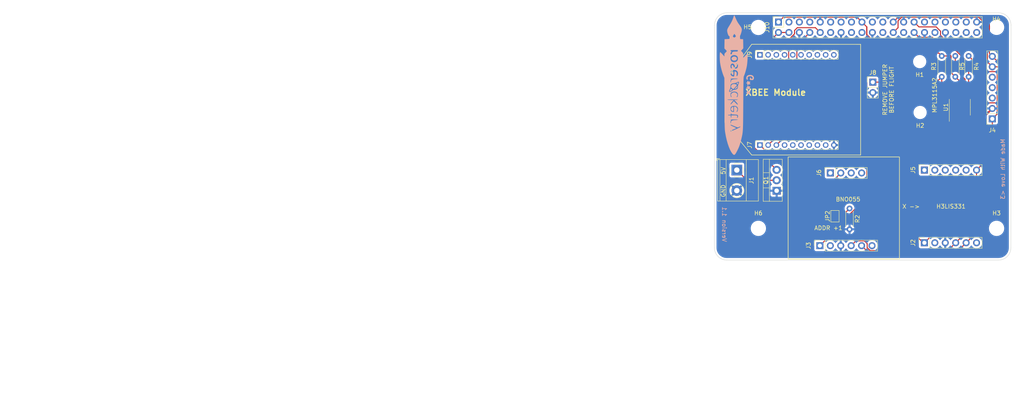
<source format=kicad_pcb>
(kicad_pcb (version 20211014) (generator pcbnew)
  (title_block (title "Rocket IMU / Sensor Hat PCB Design") (date "2022-02-13") (rev "V1.0") (company "Rose-Hulman Rocketry Club") (comment 2 "https://creativecommons.org/licenses/by-sa/4.0/") (comment 3 "License: CC BY-SA 4.0") (comment 4 "Author: Jacob Armstrong"))
  (layers (0 "F.Cu" signal) (31 "B.Cu" signal) (34 "B.Paste" user) (35 "F.Paste" user) (36 "B.SilkS" user "B.Silkscreen") (37 "F.SilkS" user "F.Silkscreen") (38 "B.Mask" user) (39 "F.Mask" user) (44 "Edge.Cuts" user))
  (net 0 "")
  (net 1 "/P5V_HAT")
  (net 2 "GND")
  (net 3 "/ADR_BNO055")
  (net 4 "Net-(J1-Pad1)")
  (net 5 "/3V3")
  (net 6 "/SENSOR_SDA")
  (net 7 "/SENSOR_SCL")
  (net 9 "/XBEE_RX")
  (net 10 "/XBEE_TX")
  (net 23 "/EEPROM_SDA")
  (net 24 "/EEPROM_SCL")
  (net 28 "Net-(J8-Pad1)")
  (footprint "Resistor_THT:R_Axial_DIN0204_L3.6mm_D1.6mm_P5.08mm_Horizontal" (layer "F.Cu") (at 137.778 42.2954 90)
    (fp_text reference "R3" (at 2.54 -1.92 90) (layer "F.SilkS"))
    (fp_text value "10K 1%")
    (pad "1" thru_hole circle locked (at 0 0 90) (size 1.4 1.4) (drill 0.7) (layers *.Cu *.Mask) (net 28 "Net-(J8-Pad1)"))
    (pad "2" thru_hole oval locked (at 5.08 0 90) (size 1.4 1.4) (drill 0.7) (layers *.Cu *.Mask) (net 5 "/3V3"))
  )
  (footprint "Package_SO:SOIC-8_3.9x4.9mm_P1.27mm" (layer "F.Cu") (at 142.178 49.7054 90)
    (fp_text reference "U1" (at 0 -3.4 90) (layer "F.SilkS"))
    (fp_text value "CAT24C128")
    (pad "1" smd roundrect locked (at -2.475 -1.905 90) (size 1.95 0.6) (layers "F.Cu" "F.Paste" "F.Mask") (net 2 "GND"))
    (pad "2" smd roundrect locked (at -2.475 -0.635 90) (size 1.95 0.6) (layers "F.Cu" "F.Paste" "F.Mask") (net 2 "GND"))
    (pad "3" smd roundrect locked (at -2.475 0.635 90) (size 1.95 0.6) (layers "F.Cu" "F.Paste" "F.Mask") (net 2 "GND"))
    (pad "4" smd roundrect locked (at -2.475 1.905 90) (size 1.95 0.6) (layers "F.Cu" "F.Paste" "F.Mask") (net 2 "GND"))
    (pad "5" smd roundrect locked (at 2.475 1.905 90) (size 1.95 0.6) (layers "F.Cu" "F.Paste" "F.Mask") (net 23 "/EEPROM_SDA"))
    (pad "6" smd roundrect locked (at 2.475 0.635 90) (size 1.95 0.6) (layers "F.Cu" "F.Paste" "F.Mask") (net 24 "/EEPROM_SCL"))
    (pad "7" smd roundrect locked (at 2.475 -0.635 90) (size 1.95 0.6) (layers "F.Cu" "F.Paste" "F.Mask") (net 28 "Net-(J8-Pad1)"))
    (pad "8" smd roundrect locked (at 2.475 -1.905 90) (size 1.95 0.6) (layers "F.Cu" "F.Paste" "F.Mask") (net 5 "/3V3"))
  )
  (footprint "Connector_PinSocket_2.54mm:PinSocket_1x06_P2.54mm_Vertical" (layer "F.Cu") (at 108.103 83.4554 90)
    (fp_text reference "J3" (at 0 -2.77 90) (layer "F.SilkS"))
    (fp_text value "Conn_01x06_Female")
    (pad "1" thru_hole rect locked (at 0 0 90) (size 1.7 1.7) (drill 1) (layers *.Cu *.Mask) (net 5 "/3V3"))
    (pad "2" thru_hole oval locked (at 0 2.54 90) (size 1.7 1.7) (drill 1) (layers *.Cu *.Mask))
    (pad "3" thru_hole oval locked (at 0 5.08 90) (size 1.7 1.7) (drill 1) (layers *.Cu *.Mask) (net 2 "GND"))
    (pad "4" thru_hole oval locked (at 0 7.62 90) (size 1.7 1.7) (drill 1) (layers *.Cu *.Mask) (net 7 "/SENSOR_SCL"))
    (pad "5" thru_hole oval locked (at 0 10.16 90) (size 1.7 1.7) (drill 1) (layers *.Cu *.Mask) (net 6 "/SENSOR_SDA"))
    (pad "6" thru_hole oval locked (at 0 12.7 90) (size 1.7 1.7) (drill 1) (layers *.Cu *.Mask))
  )
  (footprint "Resistor_THT:R_Axial_DIN0204_L3.6mm_D1.6mm_P5.08mm_Horizontal" (layer "F.Cu") (at 115.328 74.3904 -90)
    (fp_text reference "R2" (at 2.54 -1.92 -270) (layer "F.SilkS"))
    (fp_text value "10K")
    (pad "1" thru_hole circle locked (at 0 0 270) (size 1.4 1.4) (drill 0.7) (layers *.Cu *.Mask) (net 3 "/ADR_BNO055"))
    (pad "2" thru_hole oval locked (at 5.08 0 270) (size 1.4 1.4) (drill 0.7) (layers *.Cu *.Mask) (net 2 "GND"))
  )
  (footprint "Connector_PinSocket_2.54mm:PinSocket_2x20_P2.54mm_Vertical" (layer "F.Cu") (at 98.028 28.9454 90)
    (fp_text reference "J10" (at -1.27 -2.77 90) (layer "F.SilkS"))
    (fp_text value "Raspberry_Pi_2_3")
    (pad "1" thru_hole rect locked (at 0 0 90) (size 1.7 1.7) (drill 1) (layers *.Cu *.Mask) (net 5 "/3V3"))
    (pad "2" thru_hole oval locked (at -2.54 0 90) (size 1.7 1.7) (drill 1) (layers *.Cu *.Mask) (net 1 "/P5V_HAT"))
    (pad "3" thru_hole oval locked (at 0 2.54 90) (size 1.7 1.7) (drill 1) (layers *.Cu *.Mask))
    (pad "4" thru_hole oval locked (at -2.54 2.54 90) (size 1.7 1.7) (drill 1) (layers *.Cu *.Mask) (net 1 "/P5V_HAT"))
    (pad "5" thru_hole oval locked (at 0 5.08 90) (size 1.7 1.7) (drill 1) (layers *.Cu *.Mask))
    (pad "6" thru_hole oval locked (at -2.54 5.08 90) (size 1.7 1.7) (drill 1) (layers *.Cu *.Mask) (net 2 "GND"))
    (pad "7" thru_hole oval locked (at 0 7.62 90) (size 1.7 1.7) (drill 1) (layers *.Cu *.Mask))
    (pad "8" thru_hole oval locked (at -2.54 7.62 90) (size 1.7 1.7) (drill 1) (layers *.Cu *.Mask) (net 9 "/XBEE_RX"))
    (pad "9" thru_hole oval locked (at 0 10.16 90) (size 1.7 1.7) (drill 1) (layers *.Cu *.Mask) (net 2 "GND"))
    (pad "10" thru_hole oval locked (at -2.54 10.16 90) (size 1.7 1.7) (drill 1) (layers *.Cu *.Mask) (net 10 "/XBEE_TX"))
    (pad "11" thru_hole oval locked (at 0 12.7 90) (size 1.7 1.7) (drill 1) (layers *.Cu *.Mask))
    (pad "12" thru_hole oval locked (at -2.54 12.7 90) (size 1.7 1.7) (drill 1) (layers *.Cu *.Mask))
    (pad "13" thru_hole oval locked (at 0 15.24 90) (size 1.7 1.7) (drill 1) (layers *.Cu *.Mask))
    (pad "14" thru_hole oval locked (at -2.54 15.24 90) (size 1.7 1.7) (drill 1) (layers *.Cu *.Mask) (net 2 "GND"))
    (pad "15" thru_hole oval locked (at 0 17.78 90) (size 1.7 1.7) (drill 1) (layers *.Cu *.Mask))
    (pad "16" thru_hole oval locked (at -2.54 17.78 90) (size 1.7 1.7) (drill 1) (layers *.Cu *.Mask))
    (pad "17" thru_hole oval locked (at 0 20.32 90) (size 1.7 1.7) (drill 1) (layers *.Cu *.Mask) (net 5 "/3V3"))
    (pad "18" thru_hole oval locked (at -2.54 20.32 90) (size 1.7 1.7) (drill 1) (layers *.Cu *.Mask))
    (pad "19" thru_hole oval locked (at 0 22.86 90) (size 1.7 1.7) (drill 1) (layers *.Cu *.Mask))
    (pad "20" thru_hole oval locked (at -2.54 22.86 90) (size 1.7 1.7) (drill 1) (layers *.Cu *.Mask) (net 2 "GND"))
    (pad "21" thru_hole oval locked (at 0 25.4 90) (size 1.7 1.7) (drill 1) (layers *.Cu *.Mask))
    (pad "22" thru_hole oval locked (at -2.54 25.4 90) (size 1.7 1.7) (drill 1) (layers *.Cu *.Mask))
    (pad "23" thru_hole oval locked (at 0 27.94 90) (size 1.7 1.7) (drill 1) (layers *.Cu *.Mask) (net 6 "/SENSOR_SDA"))
    (pad "24" thru_hole oval locked (at -2.54 27.94 90) (size 1.7 1.7) (drill 1) (layers *.Cu *.Mask) (net 7 "/SENSOR_SCL"))
    (pad "25" thru_hole oval locked (at 0 30.48 90) (size 1.7 1.7) (drill 1) (layers *.Cu *.Mask) (net 2 "GND"))
    (pad "26" thru_hole oval locked (at -2.54 30.48 90) (size 1.7 1.7) (drill 1) (layers *.Cu *.Mask))
    (pad "27" thru_hole oval locked (at 0 33.02 90) (size 1.7 1.7) (drill 1) (layers *.Cu *.Mask) (net 23 "/EEPROM_SDA"))
    (pad "28" thru_hole oval locked (at -2.54 33.02 90) (size 1.7 1.7) (drill 1) (layers *.Cu *.Mask) (net 24 "/EEPROM_SCL"))
    (pad "29" thru_hole oval locked (at 0 35.56 90) (size 1.7 1.7) (drill 1) (layers *.Cu *.Mask))
    (pad "30" thru_hole oval locked (at -2.54 35.56 90) (size 1.7 1.7) (drill 1) (layers *.Cu *.Mask) (net 2 "GND"))
    (pad "31" thru_hole oval locked (at 0 38.1 90) (size 1.7 1.7) (drill 1) (layers *.Cu *.Mask))
    (pad "32" thru_hole oval locked (at -2.54 38.1 90) (size 1.7 1.7) (drill 1) (layers *.Cu *.Mask))
    (pad "33" thru_hole oval locked (at 0 40.64 90) (size 1.7 1.7) (drill 1) (layers *.Cu *.Mask))
    (pad "34" thru_hole oval locked (at -2.54 40.64 90) (size 1.7 1.7) (drill 1) (layers *.Cu *.Mask) (net 2 "GND"))
    (pad "35" thru_hole oval locked (at 0 43.18 90) (size 1.7 1.7) (drill 1) (layers *.Cu *.Mask))
    (pad "36" thru_hole oval locked (at -2.54 43.18 90) (size 1.7 1.7) (drill 1) (layers *.Cu *.Mask))
    (pad "37" thru_hole oval locked (at 0 45.72 90) (size 1.7 1.7) (drill 1) (layers *.Cu *.Mask))
    (pad "38" thru_hole oval locked (at -2.54 45.72 90) (size 1.7 1.7) (drill 1) (layers *.Cu *.Mask))
    (pad "39" thru_hole oval locked (at 0 48.26 90) (size 1.7 1.7) (drill 1) (layers *.Cu *.Mask) (net 2 "GND"))
    (pad "40" thru_hole oval locked (at -2.54 48.26 90) (size 1.7 1.7) (drill 1) (layers *.Cu *.Mask))
  )
  (footprint "MountingHole:MountingHole_2.7mm_M2.5" (layer "F.Cu") (at 93.128 79.2354)
    (fp_text reference "H6" (at 0 -3.7) (layer "F.SilkS"))
    (fp_text value "MountingHole")
    (pad "" np_thru_hole circle locked (at 0 0) (size 2.7 2.7) (drill 2.7) (layers *.Cu *.Mask))
  )
  (footprint "Connector_PinSocket_2.00mm:PinSocket_1x10_P2.00mm_Vertical" (layer "F.Cu") (at 93.503 36.9302 90)
    (fp_text reference "J9" (at 0 -2.5 90) (layer "F.SilkS"))
    (fp_text value "Conn_01x10_Female")
    (pad "1" thru_hole rect locked (at 0 0 90) (size 1.35 1.35) (drill 0.8) (layers *.Cu *.Mask))
    (pad "2" thru_hole oval locked (at 0 2 90) (size 1.35 1.35) (drill 0.8) (layers *.Cu *.Mask))
    (pad "3" thru_hole oval locked (at 0 4 90) (size 1.35 1.35) (drill 0.8) (layers *.Cu *.Mask))
    (pad "4" thru_hole oval locked (at 0 6 90) (size 1.35 1.35) (drill 0.8) (layers *.Cu *.Mask))
    (pad "5" thru_hole oval locked (at 0 8 90) (size 1.35 1.35) (drill 0.8) (layers *.Cu *.Mask))
    (pad "6" thru_hole oval locked (at 0 10 90) (size 1.35 1.35) (drill 0.8) (layers *.Cu *.Mask))
    (pad "7" thru_hole oval locked (at 0 12 90) (size 1.35 1.35) (drill 0.8) (layers *.Cu *.Mask))
    (pad "8" thru_hole oval locked (at 0 14 90) (size 1.35 1.35) (drill 0.8) (layers *.Cu *.Mask))
    (pad "9" thru_hole oval locked (at 0 16 90) (size 1.35 1.35) (drill 0.8) (layers *.Cu *.Mask))
    (pad "10" thru_hole oval locked (at 0 18 90) (size 1.35 1.35) (drill 0.8) (layers *.Cu *.Mask))
  )
  (footprint "Package_TO_SOT_THT:TO-220-3_Vertical" (layer "F.Cu") (at 97.578 70.0554 90)
    (fp_text reference "Q1" (at 2.54 -2.582 90) (layer "F.SilkS"))
    (fp_text value "FQP27P06")
    (pad "1" thru_hole rect locked (at 0 0 90) (size 1.905 2) (drill 1.1) (layers *.Cu *.Mask) (net 2 "GND"))
    (pad "2" thru_hole oval locked (at 2.54 0 90) (size 1.905 2) (drill 1.1) (layers *.Cu *.Mask) (net 4 "Net-(J1-Pad1)"))
    (pad "3" thru_hole oval locked (at 5.08 0 90) (size 1.905 2) (drill 1.1) (layers *.Cu *.Mask) (net 1 "/P5V_HAT"))
  )
  (footprint "Connector_PinSocket_2.54mm:PinSocket_1x07_P2.54mm_Vertical" (layer "F.Cu") (at 150.0854 52.5478 180)
    (fp_text reference "J4" (at 0 -2.77) (layer "F.SilkS"))
    (fp_text value "Conn_01x07_Female")
    (pad "1" thru_hole rect locked (at 0 0 180) (size 1.7 1.7) (drill 1) (layers *.Cu *.Mask) (net 5 "/3V3"))
    (pad "2" thru_hole oval locked (at 0 2.54 180) (size 1.7 1.7) (drill 1) (layers *.Cu *.Mask) (net 2 "GND"))
    (pad "3" thru_hole oval locked (at 0 5.08 180) (size 1.7 1.7) (drill 1) (layers *.Cu *.Mask))
    (pad "4" thru_hole oval locked (at 0 7.62 180) (size 1.7 1.7) (drill 1) (layers *.Cu *.Mask))
    (pad "5" thru_hole oval locked (at 0 10.16 180) (size 1.7 1.7) (drill 1) (layers *.Cu *.Mask))
    (pad "6" thru_hole oval locked (at 0 12.7 180) (size 1.7 1.7) (drill 1) (layers *.Cu *.Mask) (net 7 "/SENSOR_SCL"))
    (pad "7" thru_hole oval locked (at 0 15.24 180) (size 1.7 1.7) (drill 1) (layers *.Cu *.Mask) (net 6 "/SENSOR_SDA"))
  )
  (footprint "MountingHole:MountingHole_2.2mm_M2" (layer "F.Cu") (at 132.508 50.9854 180)
    (fp_text reference "H2" (at 0 -3.2) (layer "F.SilkS"))
    (fp_text value "MountingHole")
    (pad "" np_thru_hole circle locked (at 0 0 180) (size 2.2 2.2) (drill 2.2) (layers *.Cu *.Mask))
  )
  (footprint "MountingHole:MountingHole_2.7mm_M2.5" (layer "F.Cu") (at 93.128 30.2604)
    (fp_text reference "H5" (at -2.608 -0.1004) (layer "F.SilkS"))
    (fp_text value "MountingHole")
    (pad "" np_thru_hole circle locked (at 0 0) (size 2.7 2.7) (drill 2.7) (layers *.Cu *.Mask))
  )
  (footprint "Resistor_THT:R_Axial_DIN0204_L3.6mm_D1.6mm_P5.08mm_Horizontal" (layer "F.Cu") (at 141.078 37.2052 -90)
    (fp_text reference "R5" (at 2.54 -1.67 90) (layer "F.SilkS"))
    (fp_text value "3.9K")
    (pad "1" thru_hole circle locked (at 0 0 270) (size 1.4 1.4) (drill 0.7) (layers *.Cu *.Mask) (net 5 "/3V3"))
    (pad "2" thru_hole oval locked (at 5.08 0 270) (size 1.4 1.4) (drill 0.7) (layers *.Cu *.Mask) (net 24 "/EEPROM_SCL"))
  )
  (footprint "MountingHole:MountingHole_2.2mm_M2" (layer "F.Cu") (at 132.408 38.5854 180)
    (fp_text reference "H1" (at 0 -3.2) (layer "F.SilkS"))
    (fp_text value "MountingHole")
    (pad "" np_thru_hole circle locked (at 0 0 180) (size 2.2 2.2) (drill 2.2) (layers *.Cu *.Mask))
  )
  (footprint "Connector_PinHeader_2.54mm:PinHeader_1x02_P2.54mm_Vertical" (layer "F.Cu") (at 120.993 43.5954)
    (fp_text reference "J8" (at 0 -2.33) (layer "F.SilkS"))
    (fp_text value "Conn_01x02")
    (pad "1" thru_hole rect locked (at 0 0) (size 1.7 1.7) (drill 1) (layers *.Cu *.Mask) (net 28 "Net-(J8-Pad1)"))
    (pad "2" thru_hole oval locked (at 0 2.54) (size 1.7 1.7) (drill 1) (layers *.Cu *.Mask) (net 2 "GND"))
  )
  (footprint "Jumper:SolderJumper-2_P1.3mm_Open_TrianglePad1.0x1.5mm" (layer "F.Cu") (at 111.778 76.2804 90)
    (fp_text reference "JP2" (at 0 -1.8 90) (layer "F.SilkS"))
    (fp_text value "SolderJumper_2_Open")
    (pad "1" smd custom locked (at -0.725 0 90) (size 0.3 0.3) (layers "F.Cu" "F.Mask") (net 5 "/3V3") (options (clearance outline) (anchor rect)) (primitives (gr_poly (pts (xy 1 0) (xy 0.5 0.75) (xy -0.5 0.75) (xy -0.5 -0.75) (xy 0.5 -0.75)) (width 0) (fill yes))))
    (pad "2" smd custom locked (at 0.725 0 90) (size 0.3 0.3) (layers "F.Cu" "F.Mask") (net 3 "/ADR_BNO055") (options (clearance outline) (anchor rect)) (primitives (gr_poly (pts (xy 0.5 0.75) (xy -0.65 0.75) (xy -0.15 0) (xy -0.65 -0.75) (xy 0.5 -0.75)) (width 0) (fill yes))))
  )
  (footprint "Connector_PinSocket_2.54mm:PinSocket_1x06_P2.54mm_Vertical" (layer "F.Cu") (at 133.553 65.0304 90)
    (fp_text reference "J5" (at 0 -2.77 90) (layer "F.SilkS"))
    (fp_text value "Conn_01x06_Female")
    (pad "1" thru_hole rect locked (at 0 0 90) (size 1.7 1.7) (drill 1) (layers *.Cu *.Mask))
    (pad "2" thru_hole oval locked (at 0 2.54 90) (size 1.7 1.7) (drill 1) (layers *.Cu *.Mask))
    (pad "3" thru_hole oval locked (at 0 5.08 90) (size 1.7 1.7) (drill 1) (layers *.Cu *.Mask))
    (pad "4" thru_hole oval locked (at 0 7.62 90) (size 1.7 1.7) (drill 1) (layers *.Cu *.Mask))
    (pad "5" thru_hole oval locked (at 0 10.16 90) (size 1.7 1.7) (drill 1) (layers *.Cu *.Mask))
    (pad "6" thru_hole oval locked (at 0 12.7 90) (size 1.7 1.7) (drill 1) (layers *.Cu *.Mask) (net 5 "/3V3"))
  )
  (footprint "Connector_PinSocket_2.00mm:PinSocket_1x10_P2.00mm_Vertical" (layer "F.Cu") (at 93.5106 58.9326 90)
    (fp_text reference "J7" (at 0 -2.5 90) (layer "F.SilkS"))
    (fp_text value "Conn_01x10_Female")
    (pad "1" thru_hole rect locked (at 0 0 90) (size 1.35 1.35) (drill 0.8) (layers *.Cu *.Mask) (net 5 "/3V3"))
    (pad "2" thru_hole oval locked (at 0 2 90) (size 1.35 1.35) (drill 0.8) (layers *.Cu *.Mask) (net 10 "/XBEE_TX"))
    (pad "3" thru_hole oval locked (at 0 4 90) (size 1.35 1.35) (drill 0.8) (layers *.Cu *.Mask) (net 9 "/XBEE_RX"))
    (pad "4" thru_hole oval locked (at 0 6 90) (size 1.35 1.35) (drill 0.8) (layers *.Cu *.Mask))
    (pad "5" thru_hole oval locked (at 0 8 90) (size 1.35 1.35) (drill 0.8) (layers *.Cu *.Mask))
    (pad "6" thru_hole oval locked (at 0 10 90) (size 1.35 1.35) (drill 0.8) (layers *.Cu *.Mask))
    (pad "7" thru_hole oval locked (at 0 12 90) (size 1.35 1.35) (drill 0.8) (layers *.Cu *.Mask))
    (pad "8" thru_hole oval locked (at 0 14 90) (size 1.35 1.35) (drill 0.8) (layers *.Cu *.Mask))
    (pad "9" thru_hole oval locked (at 0 16 90) (size 1.35 1.35) (drill 0.8) (layers *.Cu *.Mask))
    (pad "10" thru_hole oval locked (at 0 18 90) (size 1.35 1.35) (drill 0.8) (layers *.Cu *.Mask) (net 2 "GND"))
  )
  (footprint "MountingHole:MountingHole_2.7mm_M2.5" (layer "F.Cu") (at 151.128 79.2354)
    (fp_text reference "H3" (at 0 -3.7) (layer "F.SilkS"))
    (fp_text value "MountingHole")
    (pad "" np_thru_hole circle locked (at 0 0) (size 2.7 2.7) (drill 2.7) (layers *.Cu *.Mask))
  )
  (footprint "Connector_PinSocket_2.54mm:PinSocket_1x04_P2.54mm_Vertical" (layer "F.Cu") (at 110.653 65.7304 90)
    (fp_text reference "J6" (at 0 -2.77 90) (layer "F.SilkS"))
    (fp_text value "Conn_01x04_Female")
    (pad "1" thru_hole rect locked (at 0 0 90) (size 1.7 1.7) (drill 1) (layers *.Cu *.Mask))
    (pad "2" thru_hole oval locked (at 0 2.54 90) (size 1.7 1.7) (drill 1) (layers *.Cu *.Mask) (net 3 "/ADR_BNO055"))
    (pad "3" thru_hole oval locked (at 0 5.08 90) (size 1.7 1.7) (drill 1) (layers *.Cu *.Mask))
    (pad "4" thru_hole oval locked (at 0 7.62 90) (size 1.7 1.7) (drill 1) (layers *.Cu *.Mask))
  )
  (footprint "Connector_PinSocket_2.54mm:PinSocket_1x06_P2.54mm_Vertical" (layer "F.Cu") (at 133.553 82.7554 90)
    (fp_text reference "J2" (at 0 -2.77 90) (layer "F.SilkS"))
    (fp_text value "Conn_01x06_Female")
    (pad "1" thru_hole rect locked (at 0 0 90) (size 1.7 1.7) (drill 1) (layers *.Cu *.Mask) (net 5 "/3V3"))
    (pad "2" thru_hole oval locked (at 0 2.54 90) (size 1.7 1.7) (drill 1) (layers *.Cu *.Mask))
    (pad "3" thru_hole oval locked (at 0 5.08 90) (size 1.7 1.7) (drill 1) (layers *.Cu *.Mask) (net 2 "GND"))
    (pad "4" thru_hole oval locked (at 0 7.62 90) (size 1.7 1.7) (drill 1) (layers *.Cu *.Mask) (net 7 "/SENSOR_SCL"))
    (pad "5" thru_hole oval locked (at 0 10.16 90) (size 1.7 1.7) (drill 1) (layers *.Cu *.Mask) (net 6 "/SENSOR_SDA"))
    (pad "6" thru_hole oval locked (at 0 12.7 90) (size 1.7 1.7) (drill 1) (layers *.Cu *.Mask))
  )
  (footprint "Resistor_THT:R_Axial_DIN0204_L3.6mm_D1.6mm_P5.08mm_Horizontal" (layer "F.Cu") (at 144.323 37.2052 -90)
    (fp_text reference "R4" (at 2.54 -1.92 90) (layer "F.SilkS"))
    (fp_text value "3.9K")
    (pad "1" thru_hole circle locked (at 0 0 270) (size 1.4 1.4) (drill 0.7) (layers *.Cu *.Mask) (net 5 "/3V3"))
    (pad "2" thru_hole oval locked (at 5.08 0 270) (size 1.4 1.4) (drill 0.7) (layers *.Cu *.Mask) (net 23 "/EEPROM_SDA"))
  )
  (footprint "TerminalBlock_Phoenix:TerminalBlock_Phoenix_MKDS-1,5-2_1x02_P5.00mm_Horizontal" (layer "F.Cu") (at 87.878 65.0254 -90)
    (fp_text reference "J1" (at 2.5386 -3.562 90) (layer "F.SilkS"))
    (fp_text value "Screw_Terminal_01x02")
    (pad "1" thru_hole rect locked (at 0 0 270) (size 2.6 2.6) (drill 1.3) (layers *.Cu *.Mask) (net 4 "Net-(J1-Pad1)"))
    (pad "2" thru_hole circle locked (at 5 0 270) (size 2.6 2.6) (drill 1.3) (layers *.Cu *.Mask) (net 2 "GND"))
  )
  (footprint "MountingHole:MountingHole_2.7mm_M2.5" (layer "F.Cu") (at 151.128 30.2354)
    (fp_text reference "H4" (at -0.038 -2.0254) (layer "F.SilkS"))
    (fp_text value "MountingHole")
    (pad "" np_thru_hole circle locked (at 0 0) (size 2.7 2.7) (drill 2.7) (layers *.Cu *.Mask))
  )
  (footprint "RocketLogo:rocketry-logo" (layer "B.Cu") (at 87.122 44.196 -90)
    (fp_text reference "G***" (at 0 -4.064 90) (layer "B.SilkS") (effects (font (size 1.524 1.524) (thickness 0.3)) (justify mirror)))
    (fp_text value "LOGO" hide)
  )
  (gr_line (start 118.028 61.3552) (end 91.5104 61.3552) (layer "F.SilkS") (width 0.15))
  (gr_rect (start 127.478 86.7054) (end 100.378 61.8304) (layer "F.SilkS") (width 0.15) (fill none))
  (gr_line (start 91.5104 34.355) (end 118.028 34.3804) (layer "F.SilkS") (width 0.15))
  (gr_line (start 118.028 34.3804) (end 118.028 61.3552) (layer "F.SilkS") (width 0.15))
  (gr_line (start 84.9572 53.3542) (end 84.9572 43.3466) (layer "F.SilkS") (width 0.15))
  (gr_line (start 91.5104 61.3552) (end 84.9572 53.3542) (layer "F.SilkS") (width 0.15))
  (gr_line (start 84.9572 43.3466) (end 91.5104 34.355) (layer "F.SilkS") (width 0.15))
  (gr_arc (start 82.4584 29.6926) (mid 83.33626 27.57326) (end 85.4556 26.6954) (layer "Edge.Cuts") (width 0.1))
  (gr_line (start 85.428 86.9654) (end 151.6204 86.9654) (layer "Edge.Cuts") (width 0.1))
  (gr_line (start 154.6176 83.9682) (end 154.6452 29.6926) (layer "Edge.Cuts") (width 0.1))
  (gr_line (start 151.648 26.6954) (end 85.4556 26.6954) (layer "Edge.Cuts") (width 0.1))
  (gr_arc (start 151.648 26.6954) (mid 153.76734 27.57326) (end 154.6452 29.6926) (layer "Edge.Cuts") (width 0.1))
  (gr_arc (start 85.428 86.9654) (mid 83.30866 86.08754) (end 82.4308 83.9682) (layer "Edge.Cuts") (width 0.1))
  (gr_arc (start 154.6176 83.9682) (mid 153.73974 86.08754) (end 151.6204 86.9654) (layer "Edge.Cuts") (width 0.1))
  (gr_line (start 82.4584 29.6926) (end 82.4308 83.9682) (layer "Edge.Cuts") (width 0.1))
  (gr_text "Made With Love <3" (at 152.654 64.77 90) (layer "B.SilkS") (effects (font (size 1 1)) (justify mirror)))
  (gr_text "Version 1.1" (at 84.836 78.232 270) (layer "B.SilkS") (effects (font (size 1 1)) (justify mirror)))
  (gr_text "H3LIS331" (at 140.028 73.8804) (layer "F.SilkS") (effects (font (size 1 1))))
  (gr_text "REMOVE JUMPER\nBEFORE FLIGHT" (at 124.768 45.4454 90) (layer "F.SilkS") (effects (font (size 1 1))))
  (gr_text "GND" (at 84.582 70.104 90) (layer "F.SilkS") (effects (font (size 1 1))))
  (gr_text "ADDR +1" (at 110.178 79.1554) (layer "F.SilkS") (effects (font (size 1 1))))
  (gr_text "XBEE Module" (at 97.3478 46.1238) (layer "F.SilkS") (effects (font (size 1.5 1.5) (thickness 0.3))))
  (gr_text "BNO055" (at 114.978 72.1554) (layer "F.SilkS") (effects (font (size 1 1))))
  (gr_text "X ->" (at 130.302 73.914) (layer "F.SilkS") (effects (font (size 1 1))))
  (gr_text "5V" (at 84.582 65.1954 90) (layer "F.SilkS") (effects (font (size 1 1))))
  (gr_text "MPL3115A2" (at 136.048 46.7802 90) (layer "F.SilkS") (effects (font (size 1 1))))
  (segment (start 95.868 33.6454) (end 98.028 31.4854) (width 0.25) (layer "F.Cu") (net 1))
  (segment (start 97.578 64.9754) (end 90.658 58.0554) (width 0.25) (layer "F.Cu") (net 1))
  (segment (start 90.658 58.0554) (end 90.658 33.6454) (width 0.25) (layer "F.Cu") (net 1))
  (segment (start 90.658 33.6454) (end 95.868 33.6454) (width 0.25) (layer "F.Cu") (net 1))
  (segment (start 100.568 31.4854) (end 98.028 31.4854) (width 0.25) (layer "F.Cu") (net 1))
  (segment (start 147.9128 52.1804) (end 150.0854 50.0078) (width 0.45) (layer "F.Cu") (net 2))
  (segment (start 140.273 52.1804) (end 147.9128 52.1804) (width 0.45) (layer "F.Cu") (net 2))
  (segment (start 115.328 74.3904) (end 114.163 75.5554) (width 0.25) (layer "F.Cu") (net 3))
  (segment (start 114.163 75.5554) (end 111.778 75.5554) (width 0.25) (layer "F.Cu") (net 3))
  (segment (start 111.778 67.1454) (end 113.193 65.7304) (width 0.25) (layer "F.Cu") (net 3))
  (segment (start 111.778 75.5554) (end 111.778 67.1454) (width 0.25) (layer "F.Cu") (net 3))
  (segment (start 90.368 67.5154) (end 97.578 67.5154) (width 0.25) (layer "F.Cu") (net 4))
  (segment (start 87.878 65.0254) (end 90.368 67.5154) (width 0.25) (layer "F.Cu") (net 4))
  (segment (start 140.273 46.854328) (end 141.196448 45.93088) (width 0.25) (layer "F.Cu") (net 5))
  (segment (start 100.96 66.59634) (end 111.36906 77.0054) (width 0.25) (layer "F.Cu") (net 5))
  (segment (start 151.278 51.3552) (end 150.0854 52.5478) (width 0.25) (layer "F.Cu") (net 5))
  (segment (start 108.103 83.4554) (end 111.778 79.7804) (width 0.25) (layer "F.Cu") (net 5))
  (segment (start 137.778 37.2154) (end 137.078 36.5154) (width 0.25) (layer "F.Cu") (net 5))
  (segment (start 141.196448 45.93088) (end 141.910512 45.93088) (width 0.25) (layer "F.Cu") (net 5))
  (segment (start 131.88 81.37) (end 133.2654 82.7554) (width 0.25) (layer "F.Cu") (net 5))
  (segment (start 131.02 81.39) (end 131.04 81.37) (width 0.25) (layer "F.Cu") (net 5))
  (segment (start 139.378 46.3354) (end 139.378 37.2154) (width 0.25) (layer "F.Cu") (net 5))
  (segment (start 114.161878 77.0054) (end 119.522511 71.644767) (width 0.25) (layer "F.Cu") (net 5))
  (segment (start 117.173489 27.770889) (end 118.348 28.9454) (width 0.25) (layer "F.Cu") (net 5))
  (segment (start 143.45848 42.869558) (end 143.45848 48.613102) (width 0.25) (layer "F.Cu") (net 5))
  (segment (start 99.53 61.92) (end 100.96 63.35) (width 0.25) (layer "F.Cu") (net 5))
  (segment (start 96.498 61.92) (end 99.53 61.92) (width 0.25) (layer "F.Cu") (net 5))
  (segment (start 111.778 79.7804) (end 111.778 77.0054) (width 0.25) (layer "F.Cu") (net 5))
  (segment (start 100.96 63.35) (end 100.96 66.59634) (width 0.25) (layer "F.Cu") (net 5))
  (segment (start 143.487689 48.642311) (end 151.203689 48.642311) (width 0.25) (layer "F.Cu") (net 5))
  (segment (start 137.778 37.2154) (end 139.378 37.2154) (width 0.25) (layer "F.Cu") (net 5))
  (segment (start 119.522511 71.644767) (end 119.522511 30.119911) (width 0.25) (layer "F.Cu") (net 5))
  (segment (start 142.578839 48.642311) (end 143.487689 48.642311) (width 0.25) (layer "F.Cu") (net 5))
  (segment (start 141.078 37.2052) (end 141.078 40.489078) (width 0.25) (layer "F.Cu") (net 5))
  (segment (start 151.168311 41.022311) (end 151.278 41.132) (width 0.25) (layer "F.Cu") (net 5))
  (segment (start 93.5106 58.9326) (end 96.498 61.92) (width 0.25) (layer "F.Cu") (net 5))
  (segment (start 98.028 28.9454) (end 99.202511 27.770889) (width 0.25) (layer "F.Cu") (net 5))
  (segment (start 111.778 77.0054) (end 114.161878 77.0054) (width 0.25) (layer "F.Cu") (net 5))
  (segment (start 146.253 65.0304) (end 146.253 70.0554) (width 0.25) (layer "F.Cu") (net 5))
  (segment (start 124.066012 36.5154) (end 119.522511 31.971899) (width 0.25) (layer "F.Cu") (net 5))
  (segment (start 144.323 37.2052) (end 148.140111 41.022311) (width 0.25) (layer "F.Cu") (net 5))
  (segment (start 111.778 79.458) (end 113.71 81.39) (width 0.25) (layer "F.Cu") (net 5))
  (segment (start 140.273 47.2304) (end 139.378 46.3354) (width 0.25) (layer "F.Cu") (net 5))
  (segment (start 146.253 70.0554) (end 133.553 82.7554) (width 0.25) (layer "F.Cu") (net 5))
  (segment (start 141.078 40.489078) (end 143.45848 42.869558) (width 0.25) (layer "F.Cu") (net 5))
  (segment (start 119.522511 31.971899) (end 119.522511 30.119911) (width 0.25) (layer "F.Cu") (net 5))
  (segment (start 137.078 36.5154) (end 124.066012 36.5154) (width 0.25) (layer "F.Cu") (net 5))
  (segment (start 150.0854 52.5478) (end 150.0854 61.198) (width 0.25) (layer "F.Cu") (net 5))
  (segment (start 142.18848 46.208848) (end 142.18848 48.251952) (width 0.25) (layer "F.Cu") (net 5))
  (segment (start 99.202511 27.770889) (end 117.173489 27.770889) (width 0.25) (layer "F.Cu") (net 5))
  (segment (start 150.0854 61.198) (end 146.253 65.0304) (width 0.25) (layer "F.Cu") (net 5))
  (segment (start 148.140111 41.022311) (end 151.168311 41.022311) (width 0.25) (layer "F.Cu") (net 5))
  (segment (start 143.45848 48.613102) (end 143.487689 48.642311) (width 0.25) (layer "F.Cu") (net 5))
  (segment (start 142.18848 48.251952) (end 142.578839 48.642311) (width 0.25) (layer "F.Cu") (net 5))
  (segment (start 131.04 81.37) (end 131.88 81.37) (width 0.25) (layer "F.Cu") (net 5))
  (segment (start 119.522511 30.119911) (end 118.348 28.9454) (width 0.25) (layer "F.Cu") (net 5))
  (segment (start 141.910512 45.93088) (end 142.18848 46.208848) (width 0.25) (layer "F.Cu") (net 5))
  (segment (start 151.278 41.132) (end 151.278 51.3552) (width 0.25) (layer "F.Cu") (net 5))
  (segment (start 113.71 81.39) (end 131.02 81.39) (width 0.25) (layer "F.Cu") (net 5))
  (segment (start 140.6284 85.84) (end 143.713 82.7554) (width 0.25) (layer "F.Cu") (net 6))
  (segment (start 152.17704 39.39944) (end 150.0854 37.3078) (width 0.25) (layer "F.Cu") (net 6))
  (segment (start 152.17704 74.29136) (end 152.17704 39.39944) (width 0.25) (layer "F.Cu") (net 6))
  (segment (start 147.203769 27.321369) (end 149.403479 29.521079) (width 0.25) (layer "F.Cu") (net 6))
  (segment (start 118.263 83.4554) (end 120.6476 85.84) (width 0.25) (layer "F.Cu") (net 6))
  (segment (start 125.968 28.9454) (end 127.592031 27.321369) (width 0.25) (layer "F.Cu") (net 6))
  (segment (start 143.713 82.7554) (end 152.17704 74.29136) (width 0.25) (layer "F.Cu") (net 6))
  (segment (start 149.403479 36.625879) (end 150.0854 37.3078) (width 0.25) (layer "F.Cu") (net 6))
  (segment (start 120.6476 85.84) (end 140.6284 85.84) (width 0.25) (layer "F.Cu") (net 6))
  (segment (start 149.403479 29.521079) (end 149.403479 36.625879) (width 0.25) (layer "F.Cu") (net 6))
  (segment (start 127.592031 27.321369) (end 147.203769 27.321369) (width 0.25) (layer "F.Cu") (net 6))
  (segment (start 128.021501 27.770889) (end 127.142511 28.649879) (width 0.25) (layer "F.Cu") (net 7))
  (segment (start 148.910889 29.907279) (end 146.774499 27.770889) (width 0.25) (layer "F.Cu") (net 7))
  (segment (start 151.72752 40.287839) (end 151.72752 72.20088) (width 0.25) (layer "F.Cu") (net 7))
  (segment (start 151.287481 39.8478) (end 151.72752 40.287839) (width 0.25) (layer "F.Cu") (net 7))
  (segment (start 119.628489 82.968901) (end 119.628489 83.941899) (width 0.25) (layer "F.Cu") (net 7))
  (segment (start 115.723 83.4554) (end 116.897511 82.280889) (width 0.25) (layer "F.Cu") (net 7))
  (segment (start 116.897511 82.280889) (end 118.940477 82.280889) (width 0.25) (layer "F.Cu") (net 7))
  (segment (start 118.940477 82.280889) (end 119.628489 82.968901) (width 0.25) (layer "F.Cu") (net 7))
  (segment (start 146.774499 27.770889) (end 128.021501 27.770889) (width 0.25) (layer "F.Cu") (net 7))
  (segment (start 148.910889 38.673289) (end 148.910889 29.907279) (width 0.25) (layer "F.Cu") (net 7))
  (segment (start 119.628489 83.941899) (end 120.32659 84.64) (width 0.25) (layer "F.Cu") (net 7))
  (segment (start 150.0854 39.8478) (end 148.910889 38.673289) (width 0.25) (layer "F.Cu") (net 7))
  (segment (start 150.0854 39.8478) (end 151.287481 39.8478) (width 0.25) (layer "F.Cu") (net 7))
  (segment (start 120.32659 84.64) (end 139.2884 84.64) (width 0.25) (layer "F.Cu") (net 7))
  (segment (start 127.142511 28.649879) (end 127.142511 30.310889) (width 0.25) (layer "F.Cu") (net 7))
  (segment (start 127.142511 30.310889) (end 125.968 31.4854) (width 0.25) (layer "F.Cu") (net 7))
  (segment (start 151.72752 72.20088) (end 141.173 82.7554) (width 0.25) (layer "F.Cu") (net 7))
  (segment (start 139.2884 84.64) (end 141.173 82.7554) (width 0.25) (layer "F.Cu") (net 7))
  (segment (start 102.502511 53.940689) (end 102.502511 34.630889) (width 0.25) (layer "F.Cu") (net 9))
  (segment (start 102.502511 34.630889) (end 105.648 31.4854) (width 0.25) (layer "F.Cu") (net 9))
  (segment (start 97.5106 58.9326) (end 102.502511 53.940689) (width 0.25) (layer "F.Cu") (net 9))
  (segment (start 101.933489 30.998901) (end 102.621501 30.310889) (width 0.25) (layer "F.Cu") (net 10))
  (segment (start 107.013489 30.310889) (end 108.188 31.4854) (width 0.25) (layer "F.Cu") (net 10))
  (segment (start 95.5106 58.9326) (end 100.503489 53.939711) (width 0.25) (layer "F.Cu") (net 10))
  (segment (start 100.503489 53.939711) (end 100.503489 33.229911) (width 0.25) (layer "F.Cu") (net 10))
  (segment (start 100.503489 33.229911) (end 101.933489 31.799911) (width 0.25) (layer "F.Cu") (net 10))
  (segment (start 101.933489 31.799911) (end 101.933489 30.998901) (width 0.25) (layer "F.Cu") (net 10))
  (segment (start 102.621501 30.310889) (end 107.013489 30.310889) (width 0.25) (layer "F.Cu") (net 10))
  (segment (start 132.222511 30.119911) (end 136.423521 30.119911) (width 0.25) (layer "F.Cu") (net 23))
  (segment (start 144.323 39.001322) (end 144.323 42.2852) (width 0.25) (layer "F.Cu") (net 23))
  (segment (start 131.048 28.9454) (end 132.222511 30.119911) (width 0.25) (layer "F.Cu") (net 23))
  (segment (start 136.423521 30.119911) (end 137.47 31.16639) (width 0.25) (layer "F.Cu") (net 23))
  (segment (start 144.323 42.2852) (end 144.323 46.9904) (width 0.25) (layer "F.Cu") (net 23))
  (segment (start 137.47 31.16639) (end 137.47 32.148322) (width 0.25) (layer "F.Cu") (net 23))
  (segment (start 137.47 32.148322) (end 144.323 39.001322) (width 0.25) (layer "F.Cu") (net 23))
  (segment (start 144.323 46.9904) (end 144.083 47.2304) (width 0.25) (layer "F.Cu") (net 23))
  (segment (start 135.489911 32.659911) (end 132.222511 32.659911) (width 0.25) (layer "F.Cu") (net 24))
  (segment (start 132.222511 32.659911) (end 131.048 31.4854) (width 0.25) (layer "F.Cu") (net 24))
  (segment (start 141.078 42.2852) (end 142.813 44.0202) (width 0.25) (layer "F.Cu") (net 24))
  (segment (start 141.078 42.2852) (end 140.053489 41.260689) (width 0.25) (layer "F.Cu") (net 24))
  (segment (start 140.053489 37.223489) (end 135.489911 32.659911) (width 0.25) (layer "F.Cu") (net 24))
  (segment (start 142.813 44.0202) (end 142.813 47.2304) (width 0.25) (layer "F.Cu") (net 24))
  (segment (start 140.053489 41.260689) (end 140.053489 37.223489) (width 0.25) (layer "F.Cu") (net 24))
  (segment (start 120.993 43.5954) (end 136.478 43.5954) (width 0.25) (layer "F.Cu") (net 28))
  (segment (start 136.478 43.5954) (end 137.778 42.2954) (width 0.25) (layer "F.Cu") (net 28))
  (segment (start 141.543 47.606472) (end 140.619552 48.52992) (width 0.25) (layer "F.Cu") (net 28))
  (segment (start 139.84252 48.52992) (end 137.778 46.4654) (width 0.25) (layer "F.Cu") (net 28))
  (segment (start 137.778 46.4654) (end 137.778 42.2954) (width 0.25) (layer "F.Cu") (net 28))
  (segment (start 140.619552 48.52992) (end 139.84252 48.52992) (width 0.25) (layer "F.Cu") (net 28))
  (zone (net 2) (net_name "GND") (layer "B.Cu") (connect_pads (clearance 0.508)) (min_thickness 0.254) (fill yes (thermal_gap 0.508) (thermal_bridge_width 0.508))
    (polygon (pts (xy 155.338 88.7254) (xy 80.898 87.4454) (xy 81.718 25.9154) (xy 155.528 25.5154)))
  )
)
</source>
